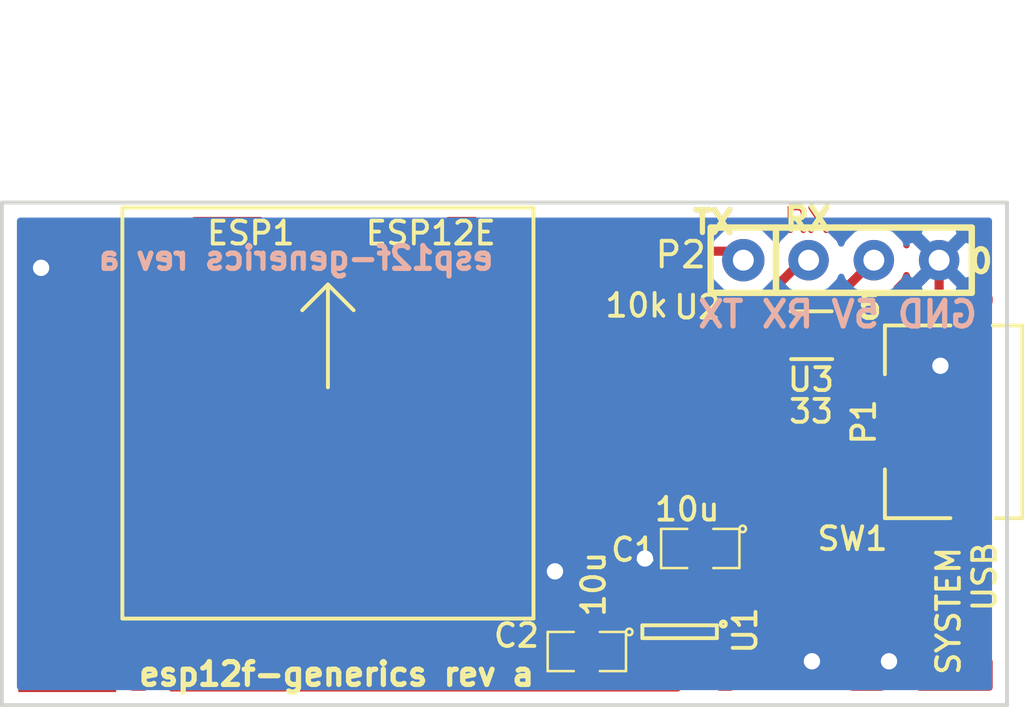
<source format=kicad_pcb>
(kicad_pcb (version 4) (host pcbnew 4.0.4+e1-6308~48~ubuntu16.04.1-stable)

  (general
    (links 37)
    (no_connects 1)
    (area 59.423 33.009999 102.019001 63.105)
    (thickness 1.6)
    (drawings 23)
    (tracks 172)
    (zones 0)
    (modules 14)
    (nets 12)
  )

  (page User 139.7 139.7)
  (title_block
    (title esp12f-generics)
    (date 2016-09-03)
    (rev A)
  )

  (layers
    (0 F.Cu signal)
    (31 B.Cu signal)
    (32 B.Adhes user)
    (33 F.Adhes user)
    (34 B.Paste user)
    (35 F.Paste user)
    (36 B.SilkS user)
    (37 F.SilkS user)
    (38 B.Mask user)
    (39 F.Mask user)
    (40 Dwgs.User user)
    (41 Cmts.User user)
    (42 Eco1.User user)
    (43 Eco2.User user)
    (44 Edge.Cuts user)
  )

  (setup
    (last_trace_width 0.3556)
    (trace_clearance 0.254)
    (zone_clearance 0.508)
    (zone_45_only yes)
    (trace_min 0.254)
    (segment_width 0.2)
    (edge_width 0.15)
    (via_size 0.889)
    (via_drill 0.635)
    (via_min_size 0.889)
    (via_min_drill 0.508)
    (uvia_size 0.508)
    (uvia_drill 0.127)
    (uvias_allowed no)
    (uvia_min_size 0.508)
    (uvia_min_drill 0.127)
    (pcb_text_width 0.2032)
    (pcb_text_size 0.889 0.889)
    (mod_edge_width 0.15)
    (mod_text_size 0.889 0.889)
    (mod_text_width 0.15)
    (pad_size 0.3683 1.35)
    (pad_drill 0)
    (pad_to_mask_clearance 0.2)
    (aux_axis_origin 0 0)
    (visible_elements FFFFFFBF)
    (pcbplotparams
      (layerselection 0x010f8_80000001)
      (usegerberextensions true)
      (excludeedgelayer true)
      (linewidth 0.100000)
      (plotframeref false)
      (viasonmask false)
      (mode 1)
      (useauxorigin false)
      (hpglpennumber 1)
      (hpglpenspeed 20)
      (hpglpendiameter 15)
      (hpglpenoverlay 2)
      (psnegative false)
      (psa4output false)
      (plotreference true)
      (plotvalue true)
      (plotinvisibletext false)
      (padsonsilk false)
      (subtractmaskfromsilk false)
      (outputformat 1)
      (mirror false)
      (drillshape 0)
      (scaleselection 1)
      (outputdirectory esp12f-generics))
  )

  (net 0 "")
  (net 1 +3.3V)
  (net 2 +5V)
  (net 3 GND)
  (net 4 G2)
  (net 5 G0)
  (net 6 D-)
  (net 7 D+)
  (net 8 "Net-(P1-Pad2)")
  (net 9 "Net-(P1-Pad3)")
  (net 10 RX)
  (net 11 TX)

  (net_class Default "This is the default net class."
    (clearance 0.254)
    (trace_width 0.3556)
    (via_dia 0.889)
    (via_drill 0.635)
    (uvia_dia 0.508)
    (uvia_drill 0.127)
    (add_net +3.3V)
    (add_net +5V)
    (add_net D+)
    (add_net D-)
    (add_net G0)
    (add_net G2)
    (add_net GND)
    (add_net "Net-(P1-Pad2)")
    (add_net "Net-(P1-Pad3)")
    (add_net RX)
    (add_net TX)
  )

  (module SM0805 (layer F.Cu) (tedit 57CB253B) (tstamp 56194CC7)
    (at 89.154 54.61 180)
    (path /56194F36)
    (attr smd)
    (fp_text reference C1 (at 2.5908 -0.0508 180) (layer F.SilkS)
      (effects (font (size 0.889 0.889) (thickness 0.15)))
    )
    (fp_text value 10u (at 0.508 1.524 360) (layer F.SilkS)
      (effects (font (size 0.889 0.889) (thickness 0.15)))
    )
    (fp_circle (center -1.651 0.762) (end -1.651 0.635) (layer F.SilkS) (width 0.09906))
    (fp_line (start -0.508 0.762) (end -1.524 0.762) (layer F.SilkS) (width 0.09906))
    (fp_line (start -1.524 0.762) (end -1.524 -0.762) (layer F.SilkS) (width 0.09906))
    (fp_line (start -1.524 -0.762) (end -0.508 -0.762) (layer F.SilkS) (width 0.09906))
    (fp_line (start 0.508 -0.762) (end 1.524 -0.762) (layer F.SilkS) (width 0.09906))
    (fp_line (start 1.524 -0.762) (end 1.524 0.762) (layer F.SilkS) (width 0.09906))
    (fp_line (start 1.524 0.762) (end 0.508 0.762) (layer F.SilkS) (width 0.09906))
    (pad 1 smd rect (at -0.9525 0 180) (size 0.889 1.397) (layers F.Cu F.Paste F.Mask)
      (net 2 +5V))
    (pad 2 smd rect (at 0.9525 0 180) (size 0.889 1.397) (layers F.Cu F.Paste F.Mask)
      (net 3 GND))
    (model smd/chip_cms.wrl
      (at (xyz 0 0 0))
      (scale (xyz 0.1 0.1 0.1))
      (rotate (xyz 0 0 0))
    )
  )

  (module SM0805 (layer F.Cu) (tedit 57FC6113) (tstamp 56194CD4)
    (at 84.74 58.62 180)
    (path /57CB2A6B)
    (attr smd)
    (fp_text reference C2 (at 2.74 0.62 180) (layer F.SilkS)
      (effects (font (size 0.889 0.889) (thickness 0.15)))
    )
    (fp_text value 10u (at -0.26 2.62 270) (layer F.SilkS)
      (effects (font (size 0.889 0.889) (thickness 0.15)))
    )
    (fp_circle (center -1.651 0.762) (end -1.651 0.635) (layer F.SilkS) (width 0.09906))
    (fp_line (start -0.508 0.762) (end -1.524 0.762) (layer F.SilkS) (width 0.09906))
    (fp_line (start -1.524 0.762) (end -1.524 -0.762) (layer F.SilkS) (width 0.09906))
    (fp_line (start -1.524 -0.762) (end -0.508 -0.762) (layer F.SilkS) (width 0.09906))
    (fp_line (start 0.508 -0.762) (end 1.524 -0.762) (layer F.SilkS) (width 0.09906))
    (fp_line (start 1.524 -0.762) (end 1.524 0.762) (layer F.SilkS) (width 0.09906))
    (fp_line (start 1.524 0.762) (end 0.508 0.762) (layer F.SilkS) (width 0.09906))
    (pad 1 smd rect (at -0.9525 0 180) (size 0.889 1.397) (layers F.Cu F.Paste F.Mask)
      (net 1 +3.3V))
    (pad 2 smd rect (at 0.9525 0 180) (size 0.889 1.397) (layers F.Cu F.Paste F.Mask)
      (net 3 GND))
    (model smd/chip_cms.wrl
      (at (xyz 0 0 0))
      (scale (xyz 0.1 0.1 0.1))
      (rotate (xyz 0 0 0))
    )
  )

  (module EXB-A (layer F.Cu) (tedit 57CB1B81) (tstamp 56197883)
    (at 89.04 49.03)
    (path /56194CEA)
    (fp_text reference U2 (at 0 -3.81) (layer F.SilkS)
      (effects (font (size 0.889 0.889) (thickness 0.15)))
    )
    (fp_text value 10k (at -2.36 -3.88) (layer F.SilkS)
      (effects (font (size 0.889 0.889) (thickness 0.15)))
    )
    (pad 1 smd rect (at -1.778 -2.54 90) (size 0.8001 1.6002) (layers F.Cu F.Paste F.Mask)
      (net 6 D-))
    (pad 2 smd rect (at -1.778 -1.27 90) (size 0.8001 1.6002) (layers F.Cu F.Paste F.Mask)
      (net 5 G0))
    (pad 3 smd rect (at -1.778 0 90) (size 0.8001 1.6002) (layers F.Cu F.Paste F.Mask)
      (net 4 G2))
    (pad 4 smd rect (at -1.778 1.27 90) (size 0.8001 1.6002) (layers F.Cu F.Paste F.Mask)
      (net 3 GND))
    (pad 5 smd rect (at -1.778 2.54 90) (size 0.8001 1.6002) (layers F.Cu F.Paste F.Mask)
      (net 1 +3.3V))
    (pad 6 smd rect (at 1.778 2.54 90) (size 0.8001 1.6002) (layers F.Cu F.Paste F.Mask)
      (net 3 GND))
    (pad 7 smd rect (at 1.778 1.27 90) (size 0.8001 1.6002) (layers F.Cu F.Paste F.Mask)
      (net 4 G2))
    (pad 8 smd rect (at 1.778 0 90) (size 0.8001 1.6002) (layers F.Cu F.Paste F.Mask)
      (net 5 G0))
    (pad 9 smd rect (at 1.778 -1.27 90) (size 0.8001 1.6002) (layers F.Cu F.Paste F.Mask)
      (net 6 D-))
    (pad 10 smd rect (at 1.778 -2.54 90) (size 0.8001 1.6002) (layers F.Cu F.Paste F.Mask))
  )

  (module ESP12E (layer F.Cu) (tedit 57FC60D7) (tstamp 56194D17)
    (at 74.6633 45.339)
    (path /5619493D)
    (fp_text reference ESP1 (at -3 -3) (layer F.SilkS)
      (effects (font (size 0.889 0.889) (thickness 0.15)))
    )
    (fp_text value ESP12E (at 4 -3) (layer F.SilkS)
      (effects (font (size 0.889 0.889) (thickness 0.15)))
    )
    (fp_line (start 0 -1) (end -1 0) (layer F.SilkS) (width 0.15))
    (fp_line (start 0 -1) (end 1 0) (layer F.SilkS) (width 0.15))
    (fp_line (start 0 -1) (end 0 3) (layer F.SilkS) (width 0.15))
    (fp_line (start -8 12) (end -8 -4) (layer F.SilkS) (width 0.15))
    (fp_line (start -8 -4) (end 8 -4) (layer F.SilkS) (width 0.15))
    (fp_line (start 8 -4) (end 8 12) (layer F.SilkS) (width 0.15))
    (fp_line (start 8 -12) (end -8 -12) (layer Dwgs.User) (width 0.15))
    (fp_line (start -8 -12) (end -8 12) (layer Dwgs.User) (width 0.15))
    (fp_line (start -8 12) (end 8 12) (layer F.SilkS) (width 0.15))
    (fp_line (start 8 12) (end 8 -12) (layer Dwgs.User) (width 0.15))
    (pad 1 smd oval (at -8 -3) (size 3 1) (layers F.Cu F.Paste F.Mask)
      (net 1 +3.3V))
    (pad 2 smd oval (at -8 -1) (size 3 1) (layers F.Cu F.Paste F.Mask))
    (pad 3 smd oval (at -8 1) (size 3 1) (layers F.Cu F.Paste F.Mask)
      (net 1 +3.3V))
    (pad 4 smd oval (at -8 3) (size 3 1) (layers F.Cu F.Paste F.Mask))
    (pad 5 smd oval (at -8 5) (size 3 1) (layers F.Cu F.Paste F.Mask))
    (pad 6 smd oval (at -8 7) (size 3 1) (layers F.Cu F.Paste F.Mask))
    (pad 7 smd oval (at -8 9) (size 3 1) (layers F.Cu F.Paste F.Mask))
    (pad 8 smd oval (at -8 11) (size 3 1) (layers F.Cu F.Paste F.Mask)
      (net 1 +3.3V))
    (pad 9 smd oval (at -5 12 90) (size 3 1) (layers F.Cu F.Paste F.Mask))
    (pad 10 smd oval (at -3 12 90) (size 3 1) (layers F.Cu F.Paste F.Mask))
    (pad 11 smd oval (at -1 12 90) (size 3 1) (layers F.Cu F.Paste F.Mask))
    (pad 12 smd oval (at 1 12 90) (size 3 1) (layers F.Cu F.Paste F.Mask))
    (pad 13 smd oval (at 3 12 90) (size 3 1) (layers F.Cu F.Paste F.Mask))
    (pad 14 smd oval (at 5 12 90) (size 3 1) (layers F.Cu F.Paste F.Mask))
    (pad 15 smd oval (at 8 11 180) (size 3 1) (layers F.Cu F.Paste F.Mask)
      (net 3 GND))
    (pad 16 smd oval (at 8 9 180) (size 3 1) (layers F.Cu F.Paste F.Mask)
      (net 3 GND))
    (pad 17 smd oval (at 8 7 180) (size 3 1) (layers F.Cu F.Paste F.Mask)
      (net 4 G2))
    (pad 18 smd oval (at 8 5 180) (size 3 1) (layers F.Cu F.Paste F.Mask)
      (net 5 G0))
    (pad 19 smd oval (at 8 3 180) (size 3 1) (layers F.Cu F.Paste F.Mask)
      (net 6 D-))
    (pad 20 smd oval (at 8 1 180) (size 3 1) (layers F.Cu F.Paste F.Mask)
      (net 7 D+))
    (pad 21 smd oval (at 8 -1 180) (size 3 1) (layers F.Cu F.Paste F.Mask)
      (net 10 RX))
    (pad 22 smd oval (at 8 -3 180) (size 3 1) (layers F.Cu F.Paste F.Mask)
      (net 11 TX))
  )

  (module TACTILE (layer F.Cu) (tedit 57CB2305) (tstamp 57D3F7B1)
    (at 94.996 57.15)
    (path /57CB0FEA)
    (fp_text reference SW1 (at 0.08236 -2.91988) (layer F.SilkS)
      (effects (font (size 0.889 0.889) (thickness 0.15)))
    )
    (fp_text value SYSTEM (at 3.82 -0.11 90) (layer F.SilkS)
      (effects (font (size 0.889 0.889) (thickness 0.15)))
    )
    (pad 1 smd rect (at -2.1 -1.9) (size 1 0.9) (layers F.Cu F.Paste F.Mask)
      (net 5 G0))
    (pad 2 smd rect (at 2.2 -1.9) (size 1 0.9) (layers F.Cu F.Paste F.Mask))
    (pad 3 smd rect (at -2.1 1.8) (size 1 0.9) (layers F.Cu F.Paste F.Mask)
      (net 3 GND))
    (pad 4 smd rect (at 2.2 1.8) (size 1 0.9) (layers F.Cu F.Paste F.Mask)
      (net 3 GND))
  )

  (module USBMicroB-10118192-0001LF (layer F.Cu) (tedit 57CB295B) (tstamp 57D3F866)
    (at 99.69 49.68 90)
    (path /57CB1370)
    (fp_text reference P1 (at -0.00254 -4.17322 90) (layer F.SilkS)
      (effects (font (size 0.889 0.889) (thickness 0.15)))
    )
    (fp_text value USB (at -6.03 0.53 270) (layer F.SilkS)
      (effects (font (size 0.889 0.889) (thickness 0.15)))
    )
    (fp_line (start 1.85 -3.35) (end 3.75 -3.35) (layer F.SilkS) (width 0.15))
    (fp_line (start 3.75 -3.35) (end 3.75 -0.8) (layer F.SilkS) (width 0.15))
    (fp_line (start -3.75 -0.8) (end -3.75 -3.35) (layer F.SilkS) (width 0.15))
    (fp_line (start -3.75 -3.35) (end -1.85 -3.35) (layer F.SilkS) (width 0.15))
    (fp_line (start 3.75 2) (end 3.75 0.85) (layer F.SilkS) (width 0.15))
    (fp_line (start -3.75 2) (end -3.75 0.95) (layer F.SilkS) (width 0.15))
    (fp_line (start -2.35 2) (end -3.75 2) (layer F.SilkS) (width 0.15))
    (fp_line (start 2.35 2) (end 3.75 2) (layer F.SilkS) (width 0.15))
    (fp_line (start -2.35 2) (end 2.35 2) (layer F.SilkS) (width 0.15))
    (pad 1 smd rect (at -1.3 -2.7 90) (size 0.3683 1.35) (layers F.Cu F.Paste F.Mask)
      (net 2 +5V))
    (pad 2 smd rect (at -0.65 -2.7 90) (size 0.3683 1.35) (layers F.Cu F.Paste F.Mask)
      (net 8 "Net-(P1-Pad2)"))
    (pad 3 smd rect (at 0 -2.7 90) (size 0.3683 1.35) (layers F.Cu F.Paste F.Mask)
      (net 9 "Net-(P1-Pad3)"))
    (pad 4 smd rect (at 0.65 -2.7 90) (size 0.3683 1.35) (layers F.Cu F.Paste F.Mask))
    (pad 5 smd rect (at 1.3 -2.7 90) (size 0.3683 1.35) (layers F.Cu F.Paste F.Mask)
      (net 3 GND))
    (pad 6 smd oval (at 2.5 0 90) (size 3.5 1.56) (layers F.Cu F.Paste F.Mask)
      (net 3 GND))
    (pad 7 smd oval (at -2.5 0 90) (size 3.5 1.56) (layers F.Cu F.Paste F.Mask)
      (net 3 GND))
    (pad 8 smd oval (at 3 -2.7 90) (size 2.25 1.5) (layers F.Cu F.Paste F.Mask)
      (net 3 GND))
    (pad 9 smd oval (at -3 -2.7 90) (size 2.25 1.5) (layers F.Cu F.Paste F.Mask)
      (net 3 GND))
  )

  (module NETWORK0606 (layer F.Cu) (tedit 57CB252C) (tstamp 57D3F870)
    (at 93.47 46.31)
    (path /57CB1B5E)
    (fp_text reference U3 (at -0.01 1.73) (layer F.SilkS)
      (effects (font (size 0.889 0.889) (thickness 0.15)))
    )
    (fp_text value 33 (at 0.002 2.966 180) (layer F.SilkS)
      (effects (font (size 0.889 0.889) (thickness 0.15)))
    )
    (fp_line (start 0.8 -0.93) (end -0.8 -0.93) (layer F.SilkS) (width 0.15))
    (fp_line (start -0.78 0.93) (end 0.82 0.93) (layer F.SilkS) (width 0.15))
    (pad 1 smd rect (at -0.8 -0.5) (size 0.7 0.6) (layers F.Cu F.Paste F.Mask)
      (net 7 D+))
    (pad 2 smd rect (at 0.8 -0.5) (size 0.7 0.6) (layers F.Cu F.Paste F.Mask)
      (net 9 "Net-(P1-Pad3)"))
    (pad 3 smd rect (at -0.8 0.5) (size 0.7 0.6) (layers F.Cu F.Paste F.Mask)
      (net 6 D-))
    (pad 4 smd rect (at 0.8 0.5) (size 0.7 0.6) (layers F.Cu F.Paste F.Mask)
      (net 8 "Net-(P1-Pad2)"))
  )

  (module SOT-23-5 (layer F.Cu) (tedit 57CB1B1A) (tstamp 57D6DB8E)
    (at 88.35 57.85 270)
    (descr "5-pin SOT23 package")
    (tags SOT-23-5)
    (path /57CB1F9F)
    (attr smd)
    (fp_text reference U1 (at -0.05 -2.55 270) (layer F.SilkS)
      (effects (font (size 0.889 0.889) (thickness 0.15)))
    )
    (fp_text value MCP1824v3.3 (at -4.51 3.52 270) (layer F.Fab)
      (effects (font (size 0.889 0.889) (thickness 0.15)))
    )
    (fp_line (start -1.8 -1.6) (end 1.8 -1.6) (layer F.CrtYd) (width 0.05))
    (fp_line (start 1.8 -1.6) (end 1.8 1.6) (layer F.CrtYd) (width 0.05))
    (fp_line (start 1.8 1.6) (end -1.8 1.6) (layer F.CrtYd) (width 0.05))
    (fp_line (start -1.8 1.6) (end -1.8 -1.6) (layer F.CrtYd) (width 0.05))
    (fp_circle (center -0.3 -1.7) (end -0.2 -1.7) (layer F.SilkS) (width 0.15))
    (fp_line (start 0.25 -1.45) (end -0.25 -1.45) (layer F.SilkS) (width 0.15))
    (fp_line (start 0.25 1.45) (end 0.25 -1.45) (layer F.SilkS) (width 0.15))
    (fp_line (start -0.25 1.45) (end 0.25 1.45) (layer F.SilkS) (width 0.15))
    (fp_line (start -0.25 -1.45) (end -0.25 1.45) (layer F.SilkS) (width 0.15))
    (pad 1 smd rect (at -1.1 -0.95 270) (size 1.06 0.65) (layers F.Cu F.Paste F.Mask)
      (net 2 +5V))
    (pad 2 smd rect (at -1.1 0 270) (size 1.06 0.65) (layers F.Cu F.Paste F.Mask)
      (net 3 GND))
    (pad 3 smd rect (at -1.1 0.95 270) (size 1.06 0.65) (layers F.Cu F.Paste F.Mask)
      (net 2 +5V))
    (pad 4 smd rect (at 1.1 0.95 270) (size 1.06 0.65) (layers F.Cu F.Paste F.Mask))
    (pad 5 smd rect (at 1.1 -0.95 270) (size 1.06 0.65) (layers F.Cu F.Paste F.Mask)
      (net 1 +3.3V))
    (model TO_SOT_Packages_SMD.3dshapes/SOT-23-5.wrl
      (at (xyz 0 0 0))
      (scale (xyz 1 1 1))
      (rotate (xyz 0 0 0))
    )
  )

  (module SIL-4 (layer F.Cu) (tedit 57CB98AC) (tstamp 57E19BE4)
    (at 94.64 43.39)
    (path /57CB39A5)
    (fp_text reference P2 (at -6.248 -0.21 180) (layer F.SilkS)
      (effects (font (size 1 1) (thickness 0.15)))
    )
    (fp_text value PGM (at 2.34736 -3.04972) (layer F.Fab)
      (effects (font (size 1 1) (thickness 0.15)))
    )
    (fp_line (start -2.54 -1.27) (end -2.54 1.27) (layer F.SilkS) (width 0.25))
    (fp_line (start -5.08 -1.27) (end -5.08 1.27) (layer F.SilkS) (width 0.25))
    (fp_line (start -5.08 1.27) (end 5.08 1.27) (layer F.SilkS) (width 0.25))
    (fp_line (start 5.08 1.27) (end 5.08 -1.27) (layer F.SilkS) (width 0.25))
    (fp_line (start 5.08 -1.27) (end -5.08 -1.27) (layer F.SilkS) (width 0.25))
    (pad 1 thru_hole circle (at -3.81 0) (size 1.651 1.651) (drill 0.8128) (layers *.Cu *.Mask)
      (net 11 TX))
    (pad 2 thru_hole circle (at -1.27 0) (size 1.5748 1.5748) (drill 0.8128) (layers *.Cu *.Mask)
      (net 10 RX))
    (pad 3 thru_hole circle (at 1.27 0) (size 1.5748 1.5748) (drill 0.8128) (layers *.Cu *.Mask)
      (net 2 +5V))
    (pad 4 thru_hole circle (at 3.81 0) (size 1.5748 1.5748) (drill 0.8128) (layers *.Cu *.Mask)
      (net 3 GND))
  )

  (module SMTPIN (layer F.Cu) (tedit 57FC6144) (tstamp 57E47E9D)
    (at 63.5 43.688)
    (path /57CB3A41)
    (fp_text reference P3 (at 1.778 1.016) (layer F.SilkS) hide
      (effects (font (size 1 1) (thickness 0.15)))
    )
    (fp_text value DUMMY (at -3.048 -3.556 90) (layer F.Fab)
      (effects (font (size 1 1) (thickness 0.15)))
    )
    (pad 1 smd rect (at 0 0) (size 1.524 3.81) (layers F.Cu F.Paste F.Mask)
      (net 3 GND))
  )

  (module SMTPIN (layer F.Cu) (tedit 57FC613C) (tstamp 57E47EA2)
    (at 63.5 48.006)
    (path /57CB3B01)
    (fp_text reference P4 (at 0.762 1.27) (layer F.SilkS) hide
      (effects (font (size 1 1) (thickness 0.15)))
    )
    (fp_text value DUMMY (at -3.048 -2.794 90) (layer F.Fab)
      (effects (font (size 1 1) (thickness 0.15)))
    )
    (pad 1 smd rect (at 0 0) (size 1.524 3.81) (layers F.Cu F.Paste F.Mask))
  )

  (module SMTPIN (layer F.Cu) (tedit 57FC6140) (tstamp 57E47EA7)
    (at 63.5 52.324)
    (path /57CB3B36)
    (fp_text reference P5 (at 2.159 2.794) (layer F.SilkS) hide
      (effects (font (size 1 1) (thickness 0.15)))
    )
    (fp_text value DUMMY (at -2.54 -2.032 90) (layer F.Fab)
      (effects (font (size 1 1) (thickness 0.15)))
    )
    (pad 1 smd rect (at 0 0) (size 1.524 3.81) (layers F.Cu F.Paste F.Mask))
  )

  (module SMTPIN (layer F.Cu) (tedit 57FC6119) (tstamp 57E4802B)
    (at 64.516 59.69 90)
    (path /57CB46CB)
    (fp_text reference P6 (at 0 1.27 90) (layer F.SilkS) hide
      (effects (font (size 1 1) (thickness 0.15)))
    )
    (fp_text value DUMMY (at -2.286 -0.254 180) (layer F.Fab)
      (effects (font (size 1 1) (thickness 0.15)))
    )
    (pad 1 smd rect (at 0 0 90) (size 1.016 3.81) (layers F.Cu F.Paste F.Mask))
  )

  (module SMTPIN (layer F.Cu) (tedit 57FC6120) (tstamp 57E48030)
    (at 63.5 56.642)
    (path /57CB4717)
    (fp_text reference P7 (at 0 1.27) (layer F.SilkS) hide
      (effects (font (size 1 1) (thickness 0.15)))
    )
    (fp_text value DUMMY (at -2.54 -1.016 90) (layer F.Fab)
      (effects (font (size 1 1) (thickness 0.15)))
    )
    (pad 1 smd rect (at 0 0) (size 1.524 3.81) (layers F.Cu F.Paste F.Mask))
  )

  (gr_text 0 (at 100.076 43.434) (layer F.SilkS)
    (effects (font (size 0.889 0.889) (thickness 0.2032)))
  )
  (gr_text 5 (at 95.758 45.212) (layer F.Cu)
    (effects (font (size 0.889 0.889) (thickness 0.2032)))
  )
  (gr_text RX (at 93.345 41.783) (layer F.SilkS)
    (effects (font (size 0.889 0.889) (thickness 0.2032)))
  )
  (gr_text TX (at 89.662 41.91) (layer F.SilkS)
    (effects (font (size 0.889 0.889) (thickness 0.2032)))
  )
  (gr_text "esp12f-generics rev a" (at 73.406 43.307) (layer B.SilkS)
    (effects (font (size 0.889 0.889) (thickness 0.2032)) (justify mirror))
  )
  (gr_text "esp12f-generics rev a" (at 75 59.5) (layer F.SilkS)
    (effects (font (size 0.889 0.889) (thickness 0.2032)))
  )
  (gr_text "GND 5V RX TX" (at 94.5 45.5) (layer B.SilkS)
    (effects (font (size 1 1) (thickness 0.2032)) (justify mirror))
  )
  (gr_line (start 101.092 41.148) (end 101.092 60.706) (angle 90) (layer Edge.Cuts) (width 0.15))
  (gr_line (start 61.976 60.706) (end 61.976 41.148) (angle 90) (layer Edge.Cuts) (width 0.15))
  (gr_text T (at 96.012 57.15) (layer F.Cu)
    (effects (font (size 0.889 0.889) (thickness 0.2032)))
  )
  (gr_text C (at 82.50682 58.64606) (layer F.Cu)
    (effects (font (size 0.889 0.889) (thickness 0.2032)))
  )
  (gr_text C (at 90.932 56.642) (layer F.Cu)
    (effects (font (size 0.889 0.889) (thickness 0.2032)))
  )
  (gr_text SYS (at 98.552 57.15 90) (layer F.Cu)
    (effects (font (size 0.889 0.889) (thickness 0.2032)))
  )
  (gr_text TX (at 89.662 41.91) (layer F.Cu)
    (effects (font (size 0.889 0.889) (thickness 0.2032)))
  )
  (gr_text 5 (at 95.758 45.212) (layer F.SilkS)
    (effects (font (size 0.889 0.889) (thickness 0.2032)))
  )
  (gr_text RX (at 93.31452 41.8338) (layer F.Cu)
    (effects (font (size 0.889 0.889) (thickness 0.2032)))
  )
  (gr_text 0 (at 100.076 43.434) (layer F.Cu)
    (effects (font (size 0.889 0.889) (thickness 0.2032)))
  )
  (gr_line (start 101.092 60.706) (end 61.976 60.706) (angle 90) (layer Edge.Cuts) (width 0.15))
  (gr_line (start 61.976 41.148) (end 101.092 41.148) (angle 90) (layer Edge.Cuts) (width 0.15))
  (gr_text "\"generics\" rev A" (at 70.74 49.79 90) (layer F.Cu)
    (effects (font (size 0.889 0.889) (thickness 0.2032)))
  )
  (gr_text 10ux2 (at 76.39 53.95) (layer F.Cu)
    (effects (font (size 0.889 0.889) (thickness 0.2032)))
  )
  (gr_text "-->\n10k EXBA\nResistor\nArray" (at 75.946 49.276) (layer F.Cu)
    (effects (font (size 0.889 0.889) (thickness 0.2032)))
  )
  (gr_text "ESP8266\nESP-12F" (at 75.692 43.688) (layer F.Cu)
    (effects (font (size 0.889 0.889) (thickness 0.2032)))
  )

  (segment (start 97.196 55.25) (end 96.144 55.25) (width 0.3556) (layer F.Cu) (net 0))
  (segment (start 85.6925 58.62) (end 85.6925 60) (width 0.3556) (layer F.Cu) (net 1))
  (segment (start 85.7 59.9) (end 85.7 60) (width 0.3556) (layer F.Cu) (net 1) (tstamp 57D6DD53))
  (segment (start 85.7 59.9925) (end 85.7 59.9) (width 0.3556) (layer F.Cu) (net 1) (tstamp 57D6DD52))
  (segment (start 85.6925 60) (end 85.7 59.9925) (width 0.3556) (layer F.Cu) (net 1) (tstamp 57D6DD51))
  (segment (start 89.3 58.95) (end 88.25 60) (width 0.3556) (layer F.Cu) (net 1))
  (segment (start 88.25 60) (end 85.7 60) (width 0.3556) (layer F.Cu) (net 1) (tstamp 57D6DD4A))
  (segment (start 66.6633 58.0533) (end 66.6633 56.339) (width 0.3556) (layer F.Cu) (net 1) (tstamp 57D6DD4D))
  (segment (start 85.7 60) (end 68.61 60) (width 0.3556) (layer F.Cu) (net 1) (tstamp 57D6DD54))
  (segment (start 68.61 60) (end 66.6633 58.0533) (width 0.3556) (layer F.Cu) (net 1) (tstamp 57D6DD4B))
  (segment (start 85.6925 58.62) (end 85.6925 54.7075) (width 0.3556) (layer F.Cu) (net 1))
  (segment (start 85.6925 54.7075) (end 87.262 53.138) (width 0.3556) (layer F.Cu) (net 1) (tstamp 57D6DD42))
  (segment (start 87.262 51.57) (end 87.262 53.138) (width 0.3556) (layer F.Cu) (net 1))
  (segment (start 87.262 53.138) (end 87.262 53.168) (width 0.3556) (layer F.Cu) (net 1) (tstamp 57D6DD46))
  (segment (start 89.3 58.95) (end 89.3 59.32) (width 0.3556) (layer F.Cu) (net 1))
  (segment (start 66.6633 42.339) (end 68.628 42.339) (width 0.381) (layer F.Cu) (net 1))
  (segment (start 69.5325 43.2435) (end 69.5325 47.0535) (width 0.381) (layer F.Cu) (net 1) (tstamp 56197853))
  (segment (start 68.628 42.339) (end 69.5325 43.2435) (width 0.381) (layer F.Cu) (net 1) (tstamp 56197852))
  (segment (start 66.6633 56.339) (end 67.6384 56.339) (width 0.381) (layer F.Cu) (net 1))
  (segment (start 68.818 46.339) (end 66.6633 46.339) (width 0.381) (layer F.Cu) (net 1) (tstamp 5619784F))
  (segment (start 69.5325 47.0535) (end 68.818 46.339) (width 0.381) (layer F.Cu) (net 1) (tstamp 5619784E))
  (segment (start 69.5325 54.4449) (end 69.5325 47.0535) (width 0.381) (layer F.Cu) (net 1) (tstamp 5619784C))
  (segment (start 67.6384 56.339) (end 69.5325 54.4449) (width 0.381) (layer F.Cu) (net 1) (tstamp 5619784B))
  (segment (start 93.47 47.5) (end 93.472 47.498) (width 0.3556) (layer F.Cu) (net 2))
  (segment (start 94.80262 50.98) (end 93.47 49.64738) (width 0.3556) (layer F.Cu) (net 2) (tstamp 57E47F08))
  (segment (start 93.47 49.64738) (end 93.47 47.5) (width 0.3556) (layer F.Cu) (net 2) (tstamp 57E47F09))
  (segment (start 95.4 50.98) (end 94.80262 50.98) (width 0.3556) (layer F.Cu) (net 2))
  (segment (start 94.85 44.45) (end 95.91 43.39) (width 0.3556) (layer F.Cu) (net 2) (tstamp 57CB982F))
  (segment (start 94.48678 44.81322) (end 94.85 44.45) (width 0.3556) (layer F.Cu) (net 2) (tstamp 57CB9846))
  (segment (start 93.93174 44.81322) (end 94.48678 44.81322) (width 0.3556) (layer F.Cu) (net 2) (tstamp 57CB9843))
  (segment (start 93.472 45.27296) (end 93.93174 44.81322) (width 0.3556) (layer F.Cu) (net 2) (tstamp 57CB9840))
  (segment (start 93.472 47.498) (end 93.472 45.27296) (width 0.3556) (layer F.Cu) (net 2) (tstamp 57CB983D))
  (segment (start 94.488 59.492) (end 94.742 59.238) (width 0.3556) (layer F.Cu) (net 2))
  (segment (start 94.742 59.238) (end 94.742 55.74284) (width 0.3556) (layer F.Cu) (net 2) (tstamp 57E48084))
  (segment (start 94.742 55.74284) (end 94.742 55.88) (width 0.3556) (layer F.Cu) (net 2) (tstamp 57E48085))
  (segment (start 94.742 55.88) (end 94.742 55.74284) (width 0.3556) (layer F.Cu) (net 2) (tstamp 57E48087))
  (segment (start 89.3 56.75) (end 89.554 56.75) (width 0.3556) (layer F.Cu) (net 2))
  (segment (start 89.554 56.75) (end 90.1065 56.1975) (width 0.3556) (layer F.Cu) (net 2) (tstamp 57E47FB4))
  (segment (start 90.1065 56.1975) (end 90.1065 54.61) (width 0.3556) (layer F.Cu) (net 2) (tstamp 57E47FB5))
  (segment (start 95.4 50.98) (end 96.99 50.98) (width 0.3556) (layer F.Cu) (net 2))
  (segment (start 95.4 55.08484) (end 95.4 50.98) (width 0.3556) (layer F.Cu) (net 2) (tstamp 57E47F05))
  (segment (start 94.742 55.74284) (end 95.4 55.08484) (width 0.3556) (layer F.Cu) (net 2) (tstamp 57E48088))
  (segment (start 90.63 58.85) (end 90.63 59.19) (width 0.3556) (layer F.Cu) (net 2))
  (segment (start 94.04 59.94) (end 94.488 59.492) (width 0.3556) (layer F.Cu) (net 2) (tstamp 57D6DD76))
  (segment (start 94.488 59.492) (end 94.51 59.47) (width 0.3556) (layer F.Cu) (net 2) (tstamp 57E48082))
  (segment (start 91.38 59.94) (end 94.04 59.94) (width 0.3556) (layer F.Cu) (net 2) (tstamp 57D6DD75))
  (segment (start 90.63 59.19) (end 91.38 59.94) (width 0.3556) (layer F.Cu) (net 2) (tstamp 57D6DD74))
  (segment (start 90.63 58.08) (end 89.3 56.75) (width 0.3556) (layer F.Cu) (net 2) (tstamp 57D6DD0D))
  (segment (start 90.63 58.87) (end 90.63 58.85) (width 0.3556) (layer F.Cu) (net 2) (tstamp 57D6DD0C))
  (segment (start 90.63 58.85) (end 90.63 58.08) (width 0.3556) (layer F.Cu) (net 2) (tstamp 57D6DD72))
  (segment (start 89.3 56.75) (end 89.3 57.56) (width 0.3556) (layer F.Cu) (net 2))
  (segment (start 89.3 57.56) (end 89.02 57.84) (width 0.3556) (layer F.Cu) (net 2) (tstamp 57D6DBE3))
  (segment (start 89.02 57.84) (end 87.59 57.84) (width 0.3556) (layer F.Cu) (net 2) (tstamp 57D6DBE4))
  (segment (start 87.59 57.84) (end 87.4 57.65) (width 0.3556) (layer F.Cu) (net 2) (tstamp 57D6DBE5))
  (segment (start 87.4 57.65) (end 87.4 56.75) (width 0.3556) (layer F.Cu) (net 2) (tstamp 57D6DBE6))
  (segment (start 88.5825 53.2765) (end 89.211149 52.647851) (width 0.3556) (layer F.Cu) (net 3))
  (segment (start 89.211149 52.647851) (end 89.211149 51.365149) (width 0.3556) (layer F.Cu) (net 3))
  (segment (start 89.211149 51.365149) (end 88.146 50.3) (width 0.3556) (layer F.Cu) (net 3))
  (segment (start 88.146 50.3) (end 87.262 50.3) (width 0.3556) (layer F.Cu) (net 3))
  (segment (start 91.83 53.975) (end 91.83 53.73) (width 0.3556) (layer F.Cu) (net 3))
  (segment (start 88.2015 53.6575) (end 88.2015 54.61) (width 0.3556) (layer F.Cu) (net 3) (tstamp 57FC62F5))
  (segment (start 88.646 53.213) (end 88.5825 53.2765) (width 0.3556) (layer F.Cu) (net 3) (tstamp 57FC62F4))
  (segment (start 88.5825 53.2765) (end 88.2015 53.6575) (width 0.3556) (layer F.Cu) (net 3) (tstamp 57FC62F8))
  (segment (start 91.313 53.213) (end 88.646 53.213) (width 0.3556) (layer F.Cu) (net 3) (tstamp 57FC62F3))
  (segment (start 91.83 53.73) (end 91.313 53.213) (width 0.3556) (layer F.Cu) (net 3) (tstamp 57FC62F2))
  (via (at 63.5 43.688) (size 0.889) (drill 0.635) (layers F.Cu B.Cu) (net 3))
  (via (at 83.5 55.5) (size 0.889) (drill 0.635) (layers F.Cu B.Cu) (net 3))
  (segment (start 82.6633 56.3367) (end 83.5 55.5) (width 0.3556) (layer F.Cu) (net 3) (tstamp 57FC61A0))
  (segment (start 75.312 55.5) (end 83.5 55.5) (width 0.3556) (layer B.Cu) (net 3) (tstamp 57FC624E))
  (segment (start 75.312 55.5) (end 63.5 43.688) (width 0.3556) (layer B.Cu) (net 3) (tstamp 57FC624D))
  (segment (start 88.2015 54.61) (end 87.39 54.61) (width 0.3556) (layer F.Cu) (net 3))
  (segment (start 87.39 54.61) (end 87 55) (width 0.3556) (layer F.Cu) (net 3) (tstamp 57FC61B5))
  (via (at 87 55) (size 0.889) (drill 0.635) (layers F.Cu B.Cu) (net 3))
  (segment (start 98.5 46.68) (end 98.5 47.5) (width 0.3556) (layer F.Cu) (net 3))
  (via (at 98.5 47.5) (size 0.889) (drill 0.635) (layers F.Cu B.Cu) (net 3))
  (segment (start 82.6633 56.339) (end 82.6633 56.3367) (width 0.3556) (layer F.Cu) (net 3))
  (segment (start 92.896 58.95) (end 93.45 58.95) (width 0.3556) (layer F.Cu) (net 3))
  (segment (start 96.55 58.95) (end 97.196 58.95) (width 0.3556) (layer F.Cu) (net 3) (tstamp 57FC619D))
  (segment (start 96.5 59) (end 96.55 58.95) (width 0.3556) (layer F.Cu) (net 3) (tstamp 57FC619C))
  (via (at 96.5 59) (size 0.889) (drill 0.635) (layers F.Cu B.Cu) (net 3))
  (segment (start 93.5 59) (end 96.5 59) (width 0.3556) (layer B.Cu) (net 3) (tstamp 57FC6199))
  (via (at 93.5 59) (size 0.889) (drill 0.635) (layers F.Cu B.Cu) (net 3))
  (segment (start 93.45 58.95) (end 93.5 59) (width 0.3556) (layer F.Cu) (net 3) (tstamp 57FC6197))
  (segment (start 91.38196 51.57) (end 90.818 51.57) (width 0.3556) (layer F.Cu) (net 3) (tstamp 57CB98C8))
  (segment (start 92.896 58.95) (end 93.704 58.95) (width 0.3556) (layer F.Cu) (net 3))
  (segment (start 97.196 58.95) (end 96.288 58.95) (width 0.3556) (layer F.Cu) (net 3))
  (segment (start 88.2015 54.61) (end 88.2015 54.1865) (width 0.3556) (layer F.Cu) (net 3))
  (segment (start 92.98 58.33) (end 91.83 57.18) (width 0.3556) (layer F.Cu) (net 3) (tstamp 57D6DD10))
  (segment (start 92.98 58.33) (end 92.98 59.16) (width 0.3556) (layer F.Cu) (net 3))
  (segment (start 91.83 53.984) (end 91.83 53.975) (width 0.3556) (layer F.Cu) (net 3) (tstamp 57E47ECF))
  (segment (start 91.83 53.975) (end 91.83 53.91658) (width 0.3556) (layer F.Cu) (net 3) (tstamp 57FC62F0))
  (segment (start 91.83 53.91658) (end 91.83 54.102) (width 0.3556) (layer F.Cu) (net 3) (tstamp 57CB98C0))
  (segment (start 91.83 54.102) (end 91.83 57.18) (width 0.3556) (layer F.Cu) (net 3) (tstamp 57E47EE1))
  (segment (start 98.45 43.39) (end 98.45 46.35) (width 0.3556) (layer F.Cu) (net 3))
  (segment (start 98.45 46.35) (end 98.12 46.68) (width 0.3556) (layer F.Cu) (net 3) (tstamp 57E19CE2))
  (segment (start 83.8327 57.53) (end 83.8327 58.5748) (width 0.3556) (layer F.Cu) (net 3))
  (segment (start 83.8327 58.5748) (end 83.7875 58.62) (width 0.3556) (layer F.Cu) (net 3) (tstamp 57D6DD3E))
  (segment (start 97.28 59.16) (end 99.23 59.16) (width 0.3556) (layer F.Cu) (net 3))
  (segment (start 99.69 58.7) (end 99.69 52.18) (width 0.3556) (layer F.Cu) (net 3) (tstamp 57D6DCFF))
  (segment (start 99.23 59.16) (end 99.69 58.7) (width 0.3556) (layer F.Cu) (net 3) (tstamp 57D6DCFD))
  (segment (start 90.818 51.57) (end 90.99 51.57) (width 0.3556) (layer F.Cu) (net 3))
  (segment (start 87.262 50.3) (end 86.19 50.3) (width 0.3556) (layer F.Cu) (net 3))
  (segment (start 86.19 50.3) (end 85.79 50.7) (width 0.3556) (layer F.Cu) (net 3) (tstamp 57D6DC98))
  (segment (start 85.79 50.7) (end 85.79 52.83) (width 0.3556) (layer F.Cu) (net 3) (tstamp 57D6DC99))
  (segment (start 85.79 52.83) (end 84.281 54.339) (width 0.3556) (layer F.Cu) (net 3) (tstamp 57D6DC9A))
  (segment (start 84.281 54.339) (end 82.6633 54.339) (width 0.3556) (layer F.Cu) (net 3) (tstamp 57D6DC9B))
  (segment (start 96.99 52.68) (end 99.19 52.68) (width 0.3556) (layer F.Cu) (net 3))
  (segment (start 99.19 52.68) (end 99.69 52.18) (width 0.3556) (layer F.Cu) (net 3) (tstamp 57D6DC80))
  (segment (start 99.69 47.18) (end 99.69 52.18) (width 0.3556) (layer F.Cu) (net 3))
  (segment (start 96.99 48.38) (end 96.99 46.68) (width 0.3556) (layer F.Cu) (net 3))
  (segment (start 96.99 46.68) (end 98.12 46.68) (width 0.3556) (layer F.Cu) (net 3))
  (segment (start 98.12 46.68) (end 98.5 46.68) (width 0.3556) (layer F.Cu) (net 3) (tstamp 57E19CE5))
  (segment (start 98.5 46.68) (end 99.19 46.68) (width 0.3556) (layer F.Cu) (net 3) (tstamp 57FC61A7))
  (segment (start 99.19 46.68) (end 99.69 47.18) (width 0.3556) (layer F.Cu) (net 3) (tstamp 57D6DC75))
  (segment (start 88.35 56.75) (end 88.35 55.0075) (width 0.381) (layer F.Cu) (net 3))
  (segment (start 82.6633 56.339) (end 82.6633 54.339) (width 0.381) (layer F.Cu) (net 3))
  (segment (start 83.8327 57.53) (end 83.8327 57.5084) (width 0.381) (layer F.Cu) (net 3) (tstamp 57D6DD3C))
  (segment (start 83.8327 57.5084) (end 82.6633 56.339) (width 0.381) (layer F.Cu) (net 3) (tstamp 56197969))
  (segment (start 90.818 50.3) (end 89.67 50.3) (width 0.3556) (layer F.Cu) (net 4))
  (segment (start 88.4 49.03) (end 87.262 49.03) (width 0.3556) (layer F.Cu) (net 4) (tstamp 57E481AA))
  (segment (start 89.67 50.3) (end 88.4 49.03) (width 0.3556) (layer F.Cu) (net 4) (tstamp 57E481A9))
  (segment (start 82.6633 52.339) (end 83.421 52.339) (width 0.3556) (layer F.Cu) (net 4))
  (segment (start 83.421 52.339) (end 85 50.76) (width 0.3556) (layer F.Cu) (net 4) (tstamp 57D6DC43))
  (segment (start 85.92 49.03) (end 87.262 49.03) (width 0.3556) (layer F.Cu) (net 4) (tstamp 57D6DC46))
  (segment (start 85 49.95) (end 85.92 49.03) (width 0.3556) (layer F.Cu) (net 4) (tstamp 57D6DC45))
  (segment (start 85 50.76) (end 85 49.95) (width 0.3556) (layer F.Cu) (net 4) (tstamp 57D6DC44))
  (segment (start 92.896 55.25) (end 94.102 55.25) (width 0.3556) (layer F.Cu) (net 5))
  (segment (start 90.818 49.03) (end 91.88996 49.03) (width 0.3556) (layer F.Cu) (net 5))
  (segment (start 94.1832 51.32324) (end 94.1832 54.4068) (width 0.3556) (layer F.Cu) (net 5) (tstamp 57E47EFD))
  (segment (start 91.88996 49.03) (end 94.1832 51.32324) (width 0.3556) (layer F.Cu) (net 5) (tstamp 57E47EFC))
  (segment (start 92.9 55.32) (end 93.27 55.32) (width 0.3556) (layer F.Cu) (net 5))
  (segment (start 93.27 55.32) (end 94.1832 54.4068) (width 0.3556) (layer F.Cu) (net 5) (tstamp 57E47EF0))
  (segment (start 87.262 47.76) (end 88.24 47.76) (width 0.3556) (layer F.Cu) (net 5))
  (segment (start 89.51 49.03) (end 90.818 49.03) (width 0.3556) (layer F.Cu) (net 5) (tstamp 57D6DCAE))
  (segment (start 88.24 47.76) (end 89.51 49.03) (width 0.3556) (layer F.Cu) (net 5) (tstamp 57D6DCAD))
  (segment (start 82.6633 50.339) (end 83.471 50.339) (width 0.3556) (layer F.Cu) (net 5))
  (segment (start 83.471 50.339) (end 86.05 47.76) (width 0.3556) (layer F.Cu) (net 5) (tstamp 57D6DC49))
  (segment (start 86.05 47.76) (end 87.262 47.76) (width 0.3556) (layer F.Cu) (net 5) (tstamp 57D6DC4A))
  (segment (start 83.1888 50.339) (end 82.6633 50.339) (width 0.381) (layer F.Cu) (net 5) (tstamp 561978F9))
  (segment (start 87.262 46.49) (end 88.24 46.49) (width 0.3556) (layer F.Cu) (net 6))
  (segment (start 89.51 47.76) (end 90.818 47.76) (width 0.3556) (layer F.Cu) (net 6) (tstamp 57D6DCAA))
  (segment (start 88.24 46.49) (end 89.51 47.76) (width 0.3556) (layer F.Cu) (net 6) (tstamp 57D6DCA9))
  (segment (start 90.818 47.76) (end 91.72 47.76) (width 0.3556) (layer F.Cu) (net 6))
  (segment (start 91.72 47.76) (end 92.67 46.81) (width 0.3556) (layer F.Cu) (net 6) (tstamp 57D6DC5D))
  (segment (start 82.6633 48.339) (end 83.651 48.339) (width 0.3556) (layer F.Cu) (net 6))
  (segment (start 83.651 48.339) (end 85.5 46.49) (width 0.3556) (layer F.Cu) (net 6) (tstamp 57D6DC4D))
  (segment (start 85.5 46.49) (end 87.262 46.49) (width 0.3556) (layer F.Cu) (net 6) (tstamp 57D6DC4E))
  (segment (start 83.33968 48.339) (end 82.6633 48.339) (width 0.381) (layer F.Cu) (net 6) (tstamp 561978F3))
  (segment (start 82.6633 46.339) (end 84.511 46.339) (width 0.3556) (layer F.Cu) (net 7))
  (segment (start 92.32 45.46) (end 92.67 45.81) (width 0.3556) (layer F.Cu) (net 7) (tstamp 57D6DC67))
  (segment (start 85.39 45.46) (end 92.32 45.46) (width 0.3556) (layer F.Cu) (net 7) (tstamp 57D6DC66))
  (segment (start 84.511 46.339) (end 85.39 45.46) (width 0.3556) (layer F.Cu) (net 7) (tstamp 57D6DC65))
  (segment (start 83.61502 46.339) (end 82.6633 46.339) (width 0.381) (layer F.Cu) (net 7) (tstamp 561978EF))
  (segment (start 96.99 50.33) (end 95.1 50.33) (width 0.3556) (layer F.Cu) (net 8))
  (segment (start 94.27 49.5) (end 94.27 46.81) (width 0.3556) (layer F.Cu) (net 8) (tstamp 57D6DC6C))
  (segment (start 95.1 50.33) (end 94.27 49.5) (width 0.3556) (layer F.Cu) (net 8) (tstamp 57D6DC6B))
  (segment (start 96.99 49.68) (end 95.49 49.68) (width 0.3556) (layer F.Cu) (net 9))
  (segment (start 94.85 45.81) (end 94.27 45.81) (width 0.3556) (layer F.Cu) (net 9) (tstamp 57D6DC72))
  (segment (start 95.14 46.1) (end 94.85 45.81) (width 0.3556) (layer F.Cu) (net 9) (tstamp 57D6DC71))
  (segment (start 95.14 49.33) (end 95.14 46.1) (width 0.3556) (layer F.Cu) (net 9) (tstamp 57D6DC70))
  (segment (start 95.49 49.68) (end 95.14 49.33) (width 0.3556) (layer F.Cu) (net 9) (tstamp 57D6DC6F))
  (segment (start 92.202 44.328) (end 93.14 43.39) (width 0.3556) (layer F.Cu) (net 10))
  (segment (start 93.14 43.39) (end 93.37 43.39) (width 0.3556) (layer F.Cu) (net 10) (tstamp 57CB9826))
  (segment (start 91.71 44.82) (end 92.202 44.328) (width 0.3556) (layer F.Cu) (net 10) (tstamp 57E19CD7))
  (segment (start 92.202 44.328) (end 92.12 44.41) (width 0.3556) (layer F.Cu) (net 10) (tstamp 57CB9824))
  (segment (start 88.98 44.82) (end 91.71 44.82) (width 0.3556) (layer F.Cu) (net 10) (tstamp 57E19CD6))
  (segment (start 82.6633 44.339) (end 88.499 44.339) (width 0.3556) (layer F.Cu) (net 10))
  (segment (start 88.499 44.339) (end 88.98 44.82) (width 0.3556) (layer F.Cu) (net 10) (tstamp 57E19CD5))
  (segment (start 90.82 43.04) (end 89.21 43.04) (width 0.3556) (layer F.Cu) (net 11))
  (segment (start 88.509 42.339) (end 82.6633 42.339) (width 0.3556) (layer F.Cu) (net 11) (tstamp 57E19CBD))
  (segment (start 89.21 43.04) (end 88.509 42.339) (width 0.3556) (layer F.Cu) (net 11) (tstamp 57E19CBC))
  (segment (start 82.79512 42.20718) (end 82.6633 42.339) (width 0.381) (layer F.Cu) (net 11) (tstamp 561978D0))

  (zone (net 0) (net_name "") (layer F.Cu) (tstamp 57E4807A) (hatch edge 0.508)
    (connect_pads (clearance 0.4826))
    (min_thickness 0.254)
    (fill yes (arc_segments 16) (thermal_gap 0.508) (thermal_bridge_width 0.508))
    (polygon
      (pts
        (xy 61.976 41.148) (xy 101.092 41.148) (xy 101.092 60.706) (xy 61.976 60.706)
      )
    )
    (filled_polygon
      (pts
        (xy 95.605856 59.59632) (xy 95.902121 59.893101) (xy 96.211098 60.0214) (xy 95.072152 60.0214) (xy 95.298776 59.794776)
        (xy 95.469463 59.539325) (xy 95.506133 59.354972)
      )
    )
    (filled_polygon
      (pts
        (xy 100.4074 60.0214) (xy 97.696755 60.0214) (xy 97.921904 59.979035) (xy 97.971066 59.9474) (xy 99.23 59.9474)
        (xy 99.531325 59.887463) (xy 99.786776 59.716776) (xy 100.246776 59.256776) (xy 100.4074 59.016385)
      )
    )
    (filled_polygon
      (pts
        (xy 67.517848 60.0214) (xy 67.056 60.0214) (xy 67.056 59.97575) (xy 67.042542 59.962292) (xy 67.042542 59.546094)
      )
    )
    (filled_polygon
      (pts
        (xy 90.347848 60.0214) (xy 89.90939 60.0214) (xy 90.058383 59.925526) (xy 90.136965 59.810517)
      )
    )
    (filled_polygon
      (pts
        (xy 70.818215 59.074423) (xy 70.878694 59.164936) (xy 70.914955 59.189165) (xy 70.934714 59.2126) (xy 70.391886 59.2126)
        (xy 70.411645 59.189165) (xy 70.447906 59.164936) (xy 70.508385 59.074423) (xy 70.6633 58.89068)
      )
    )
    (filled_polygon
      (pts
        (xy 72.818215 59.074423) (xy 72.878694 59.164936) (xy 72.914955 59.189165) (xy 72.934714 59.2126) (xy 72.391886 59.2126)
        (xy 72.411645 59.189165) (xy 72.447906 59.164936) (xy 72.508385 59.074423) (xy 72.6633 58.89068)
      )
    )
    (filled_polygon
      (pts
        (xy 74.818215 59.074423) (xy 74.878694 59.164936) (xy 74.914955 59.189165) (xy 74.934714 59.2126) (xy 74.391886 59.2126)
        (xy 74.411645 59.189165) (xy 74.447906 59.164936) (xy 74.508385 59.074423) (xy 74.6633 58.89068)
      )
    )
    (filled_polygon
      (pts
        (xy 76.818215 59.074423) (xy 76.878694 59.164936) (xy 76.914955 59.189165) (xy 76.934714 59.2126) (xy 76.391886 59.2126)
        (xy 76.411645 59.189165) (xy 76.447906 59.164936) (xy 76.508385 59.074423) (xy 76.6633 58.89068)
      )
    )
    (filled_polygon
      (pts
        (xy 78.818215 59.074423) (xy 78.878694 59.164936) (xy 78.914955 59.189165) (xy 78.934714 59.2126) (xy 78.391886 59.2126)
        (xy 78.411645 59.189165) (xy 78.447906 59.164936) (xy 78.508385 59.074423) (xy 78.6633 58.89068)
      )
    )
    (filled_polygon
      (pts
        (xy 80.837364 57.123606) (xy 81.197344 57.364137) (xy 81.45272 57.414934) (xy 81.45272 59.2126) (xy 80.391886 59.2126)
        (xy 80.411645 59.189165) (xy 80.447906 59.164936) (xy 80.508385 59.074423) (xy 80.663302 58.890678) (xy 80.7983 58.466)
        (xy 80.7983 57.466) (xy 80.7729 57.466) (xy 80.7729 57.212) (xy 80.7983 57.212) (xy 80.7983 57.065143)
      )
    )
    (filled_polygon
      (pts
        (xy 68.914955 59.189165) (xy 68.926983 59.203431) (xy 68.90821 59.184658)
      )
    )
    (filled_polygon
      (pts
        (xy 91.818578 58.28213) (xy 91.774458 58.5) (xy 91.774458 59.1526) (xy 91.706152 59.1526) (xy 91.4174 58.863848)
        (xy 91.4174 58.08) (xy 91.414297 58.0644) (xy 91.600848 58.0644)
      )
    )
    (filled_polygon
      (pts
        (xy 68.5283 57.212) (xy 68.5537 57.212) (xy 68.5537 57.466) (xy 68.5283 57.466) (xy 68.5283 58.466)
        (xy 68.663298 58.890678) (xy 68.818215 59.074423) (xy 68.858972 59.13542) (xy 67.4507 57.727148) (xy 67.4507 57.4486)
        (xy 67.70463 57.4486) (xy 68.129256 57.364137) (xy 68.489236 57.123606) (xy 68.5283 57.065143)
      )
    )
    (filled_polygon
      (pts
        (xy 88.353458 58.78299) (xy 88.346542 58.789906) (xy 88.346542 58.677708) (xy 88.353458 58.670792)
      )
    )
    (filled_polygon
      (pts
        (xy 95.5294 58.588758) (xy 95.5294 58.5724) (xy 95.536193 58.5724)
      )
    )
    (filled_polygon
      (pts
        (xy 65.197344 57.364137) (xy 65.62197 57.4486) (xy 65.8759 57.4486) (xy 65.8759 58.0533) (xy 65.935837 58.354625)
        (xy 66.064378 58.547) (xy 64.897 58.547) (xy 64.897 57.163454)
      )
    )
    (filled_polygon
      (pts
        (xy 93.9546 58.047404) (xy 93.710593 57.946083) (xy 93.665061 57.946043) (xy 93.641488 57.929937) (xy 93.536776 57.773224)
        (xy 92.6174 56.853848) (xy 92.6174 56.321542) (xy 93.396 56.321542) (xy 93.621904 56.279035) (xy 93.829383 56.145526)
        (xy 93.903262 56.0374) (xy 93.9546 56.0374)
      )
    )
    (filled_polygon
      (pts
        (xy 97.2185 57.878458) (xy 96.960267 57.878458) (xy 96.960267 56.321542) (xy 97.2185 56.321542)
      )
    )
    (filled_polygon
      (pts
        (xy 84.9051 57.41775) (xy 84.814617 57.475974) (xy 84.739992 57.585192) (xy 84.677526 57.488117) (xy 84.621096 57.44956)
        (xy 84.571896 57.202215) (xy 84.504304 57.101056) (xy 84.729767 56.763626) (xy 84.81423 56.339) (xy 84.729767 55.914374)
        (xy 84.553969 55.651273) (xy 84.554283 55.291246) (xy 84.485929 55.125816) (xy 84.489236 55.123606) (xy 84.519002 55.079059)
        (xy 84.582325 55.066463) (xy 84.837776 54.895776) (xy 84.9051 54.828452)
      )
    )
    (filled_polygon
      (pts
        (xy 86.525545 55.944351) (xy 86.502427 55.978185) (xy 86.4799 56.089426) (xy 86.4799 55.925398)
      )
    )
    (filled_polygon
      (pts
        (xy 64.927877 55.184085) (xy 65.111622 55.339002) (xy 65.144215 55.349363) (xy 64.897 55.514546) (xy 64.897 55.163454)
      )
    )
    (filled_polygon
      (pts
        (xy 98.406177 53.728004) (xy 98.707404 54.178823) (xy 98.9026 54.309249) (xy 98.9026 55.312733) (xy 98.317542 55.312733)
        (xy 98.317542 54.977708) (xy 98.331 54.96425) (xy 98.331 54.67369) (xy 98.234327 54.440301) (xy 98.055698 54.261673)
        (xy 97.822309 54.165) (xy 97.779819 54.165) (xy 97.951382 54.050365) (xy 98.246107 53.609279) (xy 98.274328 53.4674)
        (xy 98.35434 53.4674)
      )
    )
    (filled_polygon
      (pts
        (xy 80.391 55.245) (xy 79.965416 55.245) (xy 79.965174 55.244881) (xy 79.965009 55.245) (xy 79.949508 55.245)
        (xy 79.6633 55.18807) (xy 79.377092 55.245) (xy 79.361591 55.245) (xy 79.361426 55.244881) (xy 79.361184 55.245)
        (xy 79.031601 55.245) (xy 79.031601 53.00345) (xy 79.751767 53.00345) (xy 79.751767 45.63745) (xy 79.349601 45.63745)
        (xy 79.349601 41.8326) (xy 80.391 41.8326)
      )
    )
    (filled_polygon
      (pts
        (xy 73.7484 55.204997) (xy 73.6633 55.18807) (xy 73.377092 55.245) (xy 73.361591 55.245) (xy 73.361426 55.244881)
        (xy 73.361184 55.245) (xy 72.1624 55.245) (xy 72.1624 53.00345) (xy 73.7484 53.00345)
      )
    )
    (filled_polygon
      (pts
        (xy 96.341586 54.259484) (xy 96.336302 54.261673) (xy 96.1874 54.410574) (xy 96.1874 54.15646)
      )
    )
    (filled_polygon
      (pts
        (xy 93.3958 51.649392) (xy 93.3958 54.080648) (xy 93.29799 54.178458) (xy 92.6174 54.178458) (xy 92.6174 53.73)
        (xy 92.557463 53.428675) (xy 92.386776 53.173224) (xy 91.869776 52.656224) (xy 91.739001 52.568843) (xy 91.844004 52.549085)
        (xy 92.051483 52.415576) (xy 92.190673 52.211865) (xy 92.239642 51.97005) (xy 92.239642 51.16995) (xy 92.197135 50.944046)
        (xy 92.191884 50.935886) (xy 92.239642 50.70005) (xy 92.239642 50.493234)
      )
    )
    (filled_polygon
      (pts
        (xy 64.927877 53.184085) (xy 65.11162 53.339) (xy 64.927877 53.493915) (xy 64.897 53.514546) (xy 64.897 53.163454)
      )
    )
    (filled_polygon
      (pts
        (xy 84.167219 53.339229) (xy 84.166876 53.339) (xy 84.168599 53.337849)
      )
    )
    (filled_polygon
      (pts
        (xy 85.0026 52.503848) (xy 84.703479 52.802969) (xy 84.729767 52.763626) (xy 84.81423 52.339) (xy 84.767829 52.105723)
        (xy 85.0026 51.870952)
      )
    )
    (filled_polygon
      (pts
        (xy 88.0494 52.696048) (xy 88.0494 52.591592) (xy 88.0621 52.591592) (xy 88.175123 52.570325)
      )
    )
    (filled_polygon
      (pts
        (xy 64.927877 51.184085) (xy 65.11162 51.339) (xy 64.927877 51.493915) (xy 64.897 51.514546) (xy 64.897 51.163454)
      )
    )
    (filled_polygon
      (pts
        (xy 64.927877 49.184085) (xy 65.11162 49.339) (xy 64.927877 49.493915) (xy 64.897 49.514546) (xy 64.897 49.163454)
      )
    )
    (filled_polygon
      (pts
        (xy 92.6826 48.709088) (xy 92.446736 48.473224) (xy 92.244686 48.338218) (xy 92.276776 48.316776) (xy 92.6826 47.910952)
      )
    )
    (filled_polygon
      (pts
        (xy 65.144215 47.328637) (xy 65.111622 47.338998) (xy 64.927877 47.493915) (xy 64.897 47.514546) (xy 64.897 47.163454)
      )
    )
    (filled_polygon
      (pts
        (xy 89.396358 46.532806) (xy 89.110952 46.2474) (xy 89.396358 46.2474)
      )
    )
    (filled_polygon
      (pts
        (xy 64.927877 45.184085) (xy 65.111622 45.339002) (xy 65.144215 45.349363) (xy 64.883542 45.523539) (xy 64.883542 45.154461)
      )
    )
    (filled_polygon
      (pts
        (xy 84.305094 45.431354) (xy 84.166876 45.339) (xy 84.485054 45.1264) (xy 84.610048 45.1264)
      )
    )
    (filled_polygon
      (pts
        (xy 97.26499 44.180303) (xy 97.65763 44.573629) (xy 97.6626 44.575693) (xy 97.6626 45.116677) (xy 97.510296 45.01491)
        (xy 96.99 44.911417) (xy 96.790934 44.951014) (xy 96.790934 44.484537) (xy 97.093629 44.18237) (xy 97.179949 43.974488)
      )
    )
    (filled_polygon
      (pts
        (xy 100.4074 45.003979) (xy 100.221777 44.87995) (xy 100.103383 44.8564) (xy 100.4074 44.8564)
      )
    )
    (filled_polygon
      (pts
        (xy 99.2374 44.864201) (xy 99.2374 44.8564) (xy 99.276617 44.8564)
      )
    )
    (filled_polygon
      (pts
        (xy 92.816955 44.863253) (xy 92.794981 44.848571) (xy 92.89077 44.752782)
      )
    )
    (filled_polygon
      (pts
        (xy 89.21 43.8274) (xy 89.45795 43.8274) (xy 89.542737 44.0326) (xy 89.306152 44.0326) (xy 89.073875 43.800323)
      )
    )
    (filled_polygon
      (pts
        (xy 72.0344 43.655901) (xy 70.3326 43.655901) (xy 70.3326 43.2435) (xy 70.271696 42.937315) (xy 70.098256 42.677744)
        (xy 69.469 42.048488) (xy 69.469 41.8326) (xy 72.0344 41.8326)
      )
    )
    (filled_polygon
      (pts
        (xy 88.2904 43.233952) (xy 88.2904 43.3324) (xy 88.388848 43.3324) (xy 88.635125 43.578677) (xy 88.499 43.5516)
        (xy 84.485054 43.5516) (xy 84.166876 43.339) (xy 84.485054 43.1264) (xy 88.182848 43.1264)
      )
    )
    (filled_polygon
      (pts
        (xy 65.144215 43.328637) (xy 65.111622 43.338998) (xy 64.927877 43.493915) (xy 64.883542 43.523539) (xy 64.883542 43.154461)
      )
    )
    (filled_polygon
      (pts
        (xy 97.180051 42.805512) (xy 97.17736 42.799) (xy 97.182755 42.799)
      )
    )
  )
  (zone (net 0) (net_name "") (layer F.Cu) (tstamp 57E480A5) (hatch edge 0.508)
    (connect_pads (clearance 0.4826))
    (min_thickness 0.254)
    (keepout (tracks allowed) (vias allowed) (copperpour not_allowed))
    (fill (arc_segments 16) (thermal_gap 0.508) (thermal_bridge_width 0.508))
    (polygon
      (pts
        (xy 67.818 41.656) (xy 67.818 55.88) (xy 69.342 55.88) (xy 69.342 41.656)
      )
    )
  )
  (zone (net 0) (net_name "") (layer F.Cu) (tstamp 57E480A7) (hatch edge 0.508)
    (connect_pads (clearance 0.4826))
    (min_thickness 0.254)
    (keepout (tracks allowed) (vias allowed) (copperpour not_allowed))
    (fill (arc_segments 16) (thermal_gap 0.508) (thermal_bridge_width 0.508))
    (polygon
      (pts
        (xy 81.28 55.88) (xy 70.866 55.88) (xy 70.866 55.372) (xy 80.518 55.372) (xy 80.518 41.656)
        (xy 81.28 41.656)
      )
    )
  )
  (zone (net 0) (net_name "") (layer F.Cu) (tstamp 57E480AC) (hatch edge 0.508)
    (connect_pads (clearance 0.4826))
    (min_thickness 0.254)
    (keepout (tracks allowed) (vias allowed) (copperpour not_allowed))
    (fill (arc_segments 16) (thermal_gap 0.508) (thermal_bridge_width 0.508))
    (polygon
      (pts
        (xy 97.536 52.578) (xy 97.536 46.736) (xy 99.06 46.736) (xy 99.06 52.578)
      )
    )
  )
  (zone (net 0) (net_name "") (layer F.Cu) (tstamp 57CB9867) (hatch edge 0.508)
    (connect_pads (clearance 0.4826))
    (min_thickness 0.254)
    (keepout (tracks allowed) (vias allowed) (copperpour not_allowed))
    (fill (arc_segments 16) (thermal_gap 0.508) (thermal_bridge_width 0.508))
    (polygon
      (pts
        (xy 101.092 42.672) (xy 90.17 42.672) (xy 90.17 41.148) (xy 101.092 41.148)
      )
    )
  )
  (zone (net 3) (net_name GND) (layer B.Cu) (tstamp 57FC61C3) (hatch edge 0.508)
    (connect_pads (clearance 0.508))
    (min_thickness 0.254)
    (fill yes (arc_segments 16) (thermal_gap 0.508) (thermal_bridge_width 0.508))
    (polygon
      (pts
        (xy 101.092 60.706) (xy 101.092 41.148) (xy 61.976 41.148) (xy 61.976 60.706)
      )
    )
    (filled_polygon
      (pts
        (xy 100.382 59.996) (xy 62.686 59.996) (xy 62.686 43.679237) (xy 89.369247 43.679237) (xy 89.591126 44.216226)
        (xy 90.001613 44.62743) (xy 90.538214 44.850246) (xy 91.119237 44.850753) (xy 91.656226 44.628874) (xy 92.06743 44.218387)
        (xy 92.120468 44.090658) (xy 92.163445 44.194672) (xy 92.563223 44.595149) (xy 93.085826 44.812152) (xy 93.651691 44.812646)
        (xy 94.174672 44.596555) (xy 94.575149 44.196777) (xy 94.639891 44.04086) (xy 94.703445 44.194672) (xy 95.103223 44.595149)
        (xy 95.625826 44.812152) (xy 96.191691 44.812646) (xy 96.714672 44.596555) (xy 96.922973 44.388617) (xy 97.630989 44.388617)
        (xy 97.703575 44.633432) (xy 98.236235 44.824426) (xy 98.801438 44.797041) (xy 99.196425 44.633432) (xy 99.269011 44.388617)
        (xy 98.45 43.569605) (xy 97.630989 44.388617) (xy 96.922973 44.388617) (xy 97.115149 44.196777) (xy 97.173429 44.056422)
        (xy 97.206568 44.136425) (xy 97.451383 44.209011) (xy 98.270395 43.39) (xy 98.629605 43.39) (xy 99.448617 44.209011)
        (xy 99.693432 44.136425) (xy 99.884426 43.603765) (xy 99.857041 43.038562) (xy 99.693432 42.643575) (xy 99.448617 42.570989)
        (xy 98.629605 43.39) (xy 98.270395 43.39) (xy 97.451383 42.570989) (xy 97.206568 42.643575) (xy 97.175929 42.729024)
        (xy 97.116555 42.585328) (xy 96.922949 42.391383) (xy 97.630989 42.391383) (xy 98.45 43.210395) (xy 99.269011 42.391383)
        (xy 99.196425 42.146568) (xy 98.663765 41.955574) (xy 98.098562 41.982959) (xy 97.703575 42.146568) (xy 97.630989 42.391383)
        (xy 96.922949 42.391383) (xy 96.716777 42.184851) (xy 96.194174 41.967848) (xy 95.628309 41.967354) (xy 95.105328 42.183445)
        (xy 94.704851 42.583223) (xy 94.640109 42.73914) (xy 94.576555 42.585328) (xy 94.176777 42.184851) (xy 93.654174 41.967848)
        (xy 93.088309 41.967354) (xy 92.565328 42.183445) (xy 92.164851 42.583223) (xy 92.120772 42.689377) (xy 92.068874 42.563774)
        (xy 91.658387 42.15257) (xy 91.121786 41.929754) (xy 90.540763 41.929247) (xy 90.003774 42.151126) (xy 89.59257 42.561613)
        (xy 89.369754 43.098214) (xy 89.369247 43.679237) (xy 62.686 43.679237) (xy 62.686 41.858) (xy 100.382 41.858)
      )
    )
  )
)

</source>
